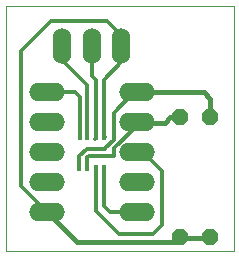
<source format=gbr>
G75*
G70*
%OFA0B0*%
%FSLAX24Y24*%
%IPPOS*%
%LPD*%
%AMOC8*
5,1,8,0,0,1.08239X$1,22.5*
%
%ADD10C,0.0000*%
%ADD11O,0.1200X0.0600*%
%ADD12R,0.0126X0.0236*%
%ADD13O,0.0600X0.1200*%
%ADD14OC8,0.0520*%
%ADD15C,0.0120*%
%ADD16C,0.0160*%
D10*
X008755Y001224D02*
X001164Y001224D01*
X001154Y009400D01*
X008755Y009400D01*
X008755Y001224D01*
D11*
X005519Y006512D03*
X005519Y005512D03*
X005519Y004512D03*
X005519Y003512D03*
X005519Y002512D03*
X002519Y002512D03*
X002519Y003512D03*
X002519Y004512D03*
X002519Y005512D03*
X002519Y006512D03*
D12*
X004154Y004000D03*
X003879Y004000D03*
X003605Y004000D03*
X004434Y004000D03*
X003615Y005010D03*
X003869Y005010D03*
X004154Y005010D03*
X004434Y005010D03*
D13*
X005004Y008051D03*
X004019Y008051D03*
X003035Y008051D03*
D14*
X007979Y005692D03*
X007979Y001692D03*
X006949Y005692D03*
X006949Y001692D03*
D15*
X002519Y006512D02*
X003449Y006512D01*
X003619Y006342D01*
X003619Y005032D02*
X003615Y005028D01*
X003615Y005010D01*
X003619Y005032D02*
X003619Y006342D01*
X003035Y008051D02*
X003035Y007596D01*
X003869Y006762D01*
X003859Y005012D02*
X003861Y005010D01*
X003869Y005010D01*
X003869Y006762D02*
X003869Y005022D01*
X003859Y005012D01*
X004019Y008051D02*
X004019Y007052D01*
X004149Y006922D01*
X004149Y004982D02*
X004154Y004986D01*
X004154Y005010D01*
X004149Y006922D02*
X004149Y004982D01*
X004129Y004962D01*
X005004Y008051D02*
X005004Y007506D01*
X004429Y006932D01*
X004449Y005032D02*
X004434Y005016D01*
X004434Y005010D01*
X004429Y006932D02*
X004429Y005052D01*
X004449Y005032D01*
X002519Y002512D02*
X001659Y003372D01*
X001659Y007872D01*
X002679Y008892D01*
X004539Y008892D01*
X004979Y008022D02*
X004979Y008027D01*
X005004Y008051D01*
X004539Y008892D02*
X004979Y008452D01*
X004979Y008027D01*
X003605Y004000D02*
X003605Y004378D01*
X003859Y004632D01*
X004469Y004632D01*
X004469Y004642D01*
X004749Y004922D01*
X005459Y006542D02*
X005489Y006512D01*
X005519Y006512D01*
X004749Y004922D02*
X004749Y005832D01*
X005459Y006542D01*
X003879Y004000D02*
X003879Y004342D01*
X003929Y004392D01*
X004749Y004392D01*
X004769Y004412D01*
X005519Y005402D02*
X005519Y005512D01*
X004769Y004412D02*
X004769Y004652D01*
X005519Y005402D01*
X004154Y004000D02*
X004154Y002568D01*
X004939Y001782D01*
X006049Y001782D01*
X006369Y002102D01*
X005679Y004572D02*
X005619Y004512D01*
X005519Y004512D01*
X006369Y002102D02*
X006369Y003882D01*
X005679Y004572D01*
X005519Y002512D02*
X004639Y002512D01*
X004439Y002712D01*
X004439Y003982D02*
X004434Y003988D01*
X004434Y004000D01*
X004439Y003982D02*
X004439Y002712D01*
D16*
X003519Y001512D02*
X002519Y002512D01*
X006949Y001692D02*
X006949Y001662D01*
X003519Y001512D02*
X006799Y001512D01*
X006949Y001662D01*
X007979Y001692D02*
X007979Y001662D01*
X006949Y001662D01*
X007979Y005692D02*
X007979Y006282D01*
X007749Y006512D01*
X005509Y006492D02*
X005519Y006502D01*
X005519Y006512D01*
X007749Y006512D02*
X005529Y006512D01*
X005519Y006502D01*
X006949Y005692D02*
X006639Y005692D01*
X006449Y005502D01*
X005499Y005522D02*
X005509Y005512D01*
X005519Y005512D01*
X006449Y005502D02*
X005519Y005502D01*
X005509Y005512D01*
M02*

</source>
